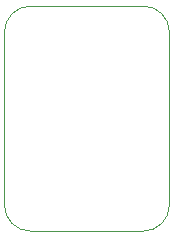
<source format=gm1>
G04 #@! TF.GenerationSoftware,KiCad,Pcbnew,9.0.0*
G04 #@! TF.CreationDate,2025-03-07T15:21:45-06:00*
G04 #@! TF.ProjectId,robo-roach-v1.0,726f626f-2d72-46f6-9163-682d76312e30,rev?*
G04 #@! TF.SameCoordinates,Original*
G04 #@! TF.FileFunction,Profile,NP*
%FSLAX46Y46*%
G04 Gerber Fmt 4.6, Leading zero omitted, Abs format (unit mm)*
G04 Created by KiCad (PCBNEW 9.0.0) date 2025-03-07 15:21:45*
%MOMM*%
%LPD*%
G01*
G04 APERTURE LIST*
G04 #@! TA.AperFunction,Profile*
%ADD10C,0.050000*%
G04 #@! TD*
G04 APERTURE END LIST*
D10*
X185715000Y-85725000D02*
X195285000Y-85725000D01*
X183515000Y-102575000D02*
X183515000Y-87925000D01*
X197485000Y-87925000D02*
X197485000Y-102575000D01*
X195285000Y-85725000D02*
G75*
G02*
X197485000Y-87925000I0J-2200000D01*
G01*
X185715000Y-104775000D02*
G75*
G02*
X183515000Y-102575000I0J2200000D01*
G01*
X183515000Y-87925000D02*
G75*
G02*
X185715000Y-85725000I2200000J0D01*
G01*
X197485000Y-102575000D02*
G75*
G02*
X195285000Y-104775000I-2200000J0D01*
G01*
X195285000Y-104775000D02*
X185715000Y-104775000D01*
M02*

</source>
